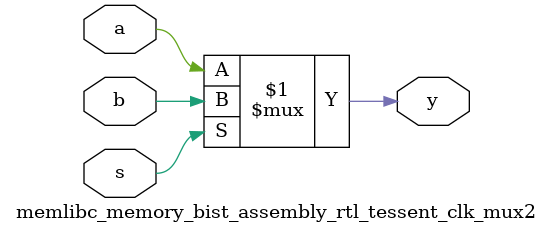
<source format=v>

     
module memlibc_memory_bist_assembly_rtl_tessent_clk_mux2 (
  input wire a,
  input wire b,
  input wire s,
  output wire y
);
 
assign y = (s) ? b : a;
    
endmodule
  

</source>
